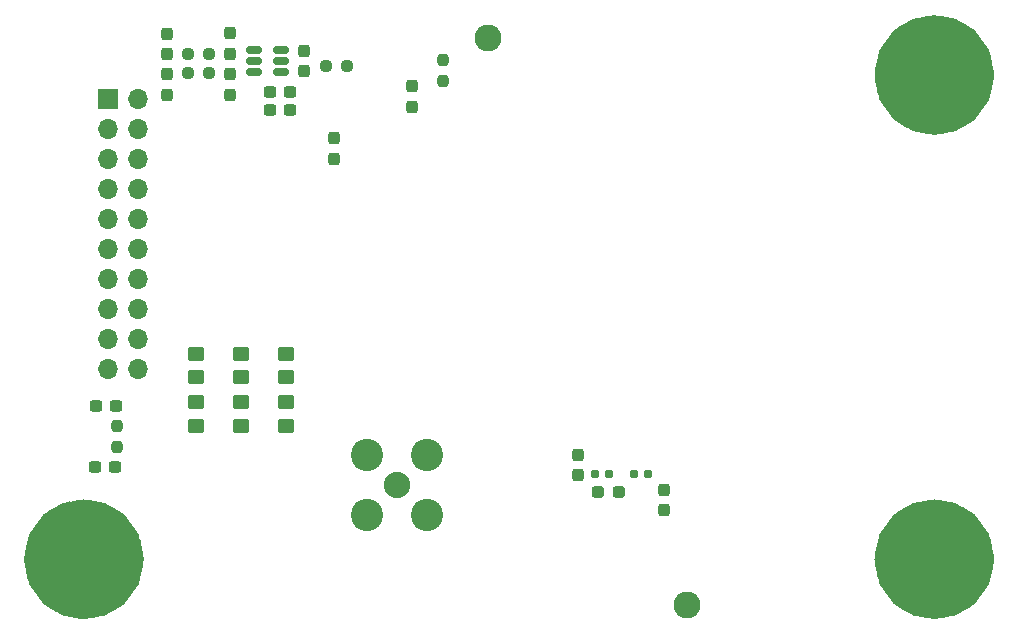
<source format=gbr>
%TF.GenerationSoftware,KiCad,Pcbnew,8.0.8-8.0.8-0~ubuntu22.04.1*%
%TF.CreationDate,2025-02-19T20:52:00+01:00*%
%TF.ProjectId,LO_synth_ADF4351_module,4c4f5f73-796e-4746-985f-414446343335,rev?*%
%TF.SameCoordinates,Original*%
%TF.FileFunction,Soldermask,Bot*%
%TF.FilePolarity,Negative*%
%FSLAX46Y46*%
G04 Gerber Fmt 4.6, Leading zero omitted, Abs format (unit mm)*
G04 Created by KiCad (PCBNEW 8.0.8-8.0.8-0~ubuntu22.04.1) date 2025-02-19 20:52:00*
%MOMM*%
%LPD*%
G01*
G04 APERTURE LIST*
G04 Aperture macros list*
%AMRoundRect*
0 Rectangle with rounded corners*
0 $1 Rounding radius*
0 $2 $3 $4 $5 $6 $7 $8 $9 X,Y pos of 4 corners*
0 Add a 4 corners polygon primitive as box body*
4,1,4,$2,$3,$4,$5,$6,$7,$8,$9,$2,$3,0*
0 Add four circle primitives for the rounded corners*
1,1,$1+$1,$2,$3*
1,1,$1+$1,$4,$5*
1,1,$1+$1,$6,$7*
1,1,$1+$1,$8,$9*
0 Add four rect primitives between the rounded corners*
20,1,$1+$1,$2,$3,$4,$5,0*
20,1,$1+$1,$4,$5,$6,$7,0*
20,1,$1+$1,$6,$7,$8,$9,0*
20,1,$1+$1,$8,$9,$2,$3,0*%
G04 Aperture macros list end*
%ADD10C,5.050000*%
%ADD11C,2.286000*%
%ADD12R,1.700000X1.700000*%
%ADD13O,1.700000X1.700000*%
%ADD14RoundRect,0.250000X-0.450000X0.350000X-0.450000X-0.350000X0.450000X-0.350000X0.450000X0.350000X0*%
%ADD15RoundRect,0.237500X0.237500X-0.300000X0.237500X0.300000X-0.237500X0.300000X-0.237500X-0.300000X0*%
%ADD16RoundRect,0.237500X-0.250000X-0.237500X0.250000X-0.237500X0.250000X0.237500X-0.250000X0.237500X0*%
%ADD17RoundRect,0.237500X-0.237500X0.250000X-0.237500X-0.250000X0.237500X-0.250000X0.237500X0.250000X0*%
%ADD18RoundRect,0.237500X-0.300000X-0.237500X0.300000X-0.237500X0.300000X0.237500X-0.300000X0.237500X0*%
%ADD19RoundRect,0.150000X0.512500X0.150000X-0.512500X0.150000X-0.512500X-0.150000X0.512500X-0.150000X0*%
%ADD20RoundRect,0.237500X-0.237500X0.300000X-0.237500X-0.300000X0.237500X-0.300000X0.237500X0.300000X0*%
%ADD21RoundRect,0.237500X0.300000X0.237500X-0.300000X0.237500X-0.300000X-0.237500X0.300000X-0.237500X0*%
%ADD22RoundRect,0.237500X-0.237500X0.287500X-0.237500X-0.287500X0.237500X-0.287500X0.237500X0.287500X0*%
%ADD23C,2.240000*%
%ADD24C,2.740000*%
%ADD25RoundRect,0.160000X0.197500X0.160000X-0.197500X0.160000X-0.197500X-0.160000X0.197500X-0.160000X0*%
%ADD26RoundRect,0.237500X0.287500X0.237500X-0.287500X0.237500X-0.287500X-0.237500X0.287500X-0.237500X0*%
G04 APERTURE END LIST*
D10*
X144525000Y-41000000D02*
G75*
G02*
X139475000Y-41000000I-2525000J0D01*
G01*
X139475000Y-41000000D02*
G75*
G02*
X144525000Y-41000000I2525000J0D01*
G01*
X72525000Y-82000000D02*
G75*
G02*
X67475000Y-82000000I-2525000J0D01*
G01*
X67475000Y-82000000D02*
G75*
G02*
X72525000Y-82000000I2525000J0D01*
G01*
X144525000Y-82000000D02*
G75*
G02*
X139475000Y-82000000I-2525000J0D01*
G01*
X139475000Y-82000000D02*
G75*
G02*
X144525000Y-82000000I2525000J0D01*
G01*
D11*
%TO.C,J3*%
X104200000Y-37900000D03*
X121100000Y-85900000D03*
%TD*%
D12*
%TO.C,J1*%
X72000000Y-43000000D03*
D13*
X74540000Y-43000000D03*
X72000000Y-45540000D03*
X74540000Y-45540000D03*
X72000000Y-48080000D03*
X74540000Y-48080000D03*
X72000000Y-50620000D03*
X74540000Y-50620000D03*
X72000000Y-53160000D03*
X74540000Y-53160000D03*
X72000000Y-55700000D03*
X74540000Y-55700000D03*
X72000000Y-58240000D03*
X74540000Y-58240000D03*
X72000000Y-60780000D03*
X74540000Y-60780000D03*
X72000000Y-63320000D03*
X74540000Y-63320000D03*
X72000000Y-65860000D03*
X74540000Y-65860000D03*
%TD*%
D14*
%TO.C,R31*%
X87100000Y-68687500D03*
X87100000Y-70687500D03*
%TD*%
D15*
%TO.C,C110*%
X88600000Y-40662500D03*
X88600000Y-38937500D03*
%TD*%
D16*
%TO.C,R41*%
X90487500Y-40200000D03*
X92312500Y-40200000D03*
%TD*%
D14*
%TO.C,R27*%
X83300000Y-68687500D03*
X83300000Y-70687500D03*
%TD*%
D17*
%TO.C,R39*%
X100400000Y-39687500D03*
X100400000Y-41512500D03*
%TD*%
D18*
%TO.C,C23*%
X71025000Y-69000000D03*
X72750000Y-69000000D03*
%TD*%
D17*
%TO.C,R9*%
X72787500Y-70687500D03*
X72787500Y-72512500D03*
%TD*%
D14*
%TO.C,R30*%
X87100000Y-64600000D03*
X87100000Y-66600000D03*
%TD*%
D19*
%TO.C,U10*%
X86675000Y-38850000D03*
X86675000Y-39800000D03*
X86675000Y-40750000D03*
X84400000Y-40750000D03*
X84400000Y-39800000D03*
X84400000Y-38850000D03*
%TD*%
D15*
%TO.C,C51*%
X119150000Y-77862500D03*
X119150000Y-76137500D03*
%TD*%
D20*
%TO.C,C88*%
X111800000Y-73137500D03*
X111800000Y-74862500D03*
%TD*%
D21*
%TO.C,C116*%
X87462500Y-44000000D03*
X85737500Y-44000000D03*
%TD*%
D15*
%TO.C,C114*%
X82400000Y-42662500D03*
X82400000Y-40937500D03*
%TD*%
D18*
%TO.C,C36*%
X70925000Y-74200000D03*
X72650000Y-74200000D03*
%TD*%
D14*
%TO.C,R28*%
X79500000Y-64600000D03*
X79500000Y-66600000D03*
%TD*%
%TO.C,R29*%
X79500000Y-68687500D03*
X79500000Y-70687500D03*
%TD*%
D22*
%TO.C,FB13*%
X91200000Y-46325000D03*
X91200000Y-48075000D03*
%TD*%
D16*
%TO.C,R43*%
X78800000Y-40800000D03*
X80625000Y-40800000D03*
%TD*%
D20*
%TO.C,C113*%
X77000000Y-37537500D03*
X77000000Y-39262500D03*
%TD*%
D14*
%TO.C,R26*%
X83300000Y-64600000D03*
X83300000Y-66600000D03*
%TD*%
D22*
%TO.C,FB10*%
X97800000Y-41925000D03*
X97800000Y-43675000D03*
%TD*%
D23*
%TO.C,J2*%
X96500000Y-75750000D03*
D24*
X93960000Y-73210000D03*
X93960000Y-78290000D03*
X99040000Y-73210000D03*
X99040000Y-78290000D03*
%TD*%
D16*
%TO.C,R42*%
X78800000Y-39200000D03*
X80625000Y-39200000D03*
%TD*%
D21*
%TO.C,C117*%
X87462500Y-42400000D03*
X85737500Y-42400000D03*
%TD*%
D25*
%TO.C,R104*%
X117797500Y-74800000D03*
X116602500Y-74800000D03*
%TD*%
D15*
%TO.C,C112*%
X77000000Y-42662500D03*
X77000000Y-40937500D03*
%TD*%
D25*
%TO.C,R103*%
X114497500Y-74800000D03*
X113302500Y-74800000D03*
%TD*%
D26*
%TO.C,FB9*%
X115275000Y-76300000D03*
X113525000Y-76300000D03*
%TD*%
D20*
%TO.C,C115*%
X82400000Y-37475000D03*
X82400000Y-39200000D03*
%TD*%
M02*

</source>
